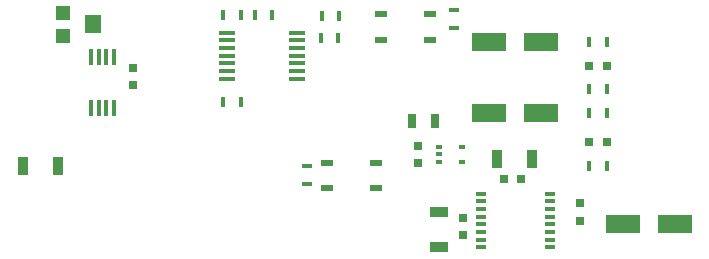
<source format=gtp>
G04 #@! TF.FileFunction,Paste,Top*
%FSLAX46Y46*%
G04 Gerber Fmt 4.6, Leading zero omitted, Abs format (unit mm)*
G04 Created by KiCad (PCBNEW 4.0.7) date Tue Mar 13 19:37:47 2018*
%MOMM*%
%LPD*%
G01*
G04 APERTURE LIST*
%ADD10C,0.025400*%
%ADD11R,0.399200X1.399200*%
%ADD12R,2.949200X1.549200*%
%ADD13R,1.549200X0.949200*%
%ADD14R,0.749200X0.699200*%
%ADD15R,0.699200X0.749200*%
%ADD16R,0.649200X1.249200*%
%ADD17R,0.449200X0.849200*%
%ADD18R,1.449200X1.549200*%
%ADD19R,1.149200X1.149200*%
%ADD20R,0.949200X0.349200*%
%ADD21R,0.849200X0.449200*%
%ADD22R,1.399200X0.399200*%
%ADD23R,0.999200X0.599200*%
%ADD24R,0.599200X0.349200*%
%ADD25R,0.949200X1.549200*%
G04 APERTURE END LIST*
D10*
D11*
X108559580Y-103721120D03*
X107909580Y-103721120D03*
X107259580Y-103721120D03*
X106609580Y-103721120D03*
X106609580Y-108121120D03*
X107259580Y-108121120D03*
X107909580Y-108121120D03*
X108559580Y-108121120D03*
D12*
X151643180Y-117864320D03*
X156043180Y-117864320D03*
D13*
X136032580Y-116867120D03*
X136032580Y-119867120D03*
D14*
X143036180Y-114054320D03*
X141536180Y-114054320D03*
D12*
X140300000Y-108500000D03*
X144700000Y-108500000D03*
X140300000Y-102500000D03*
X144700000Y-102500000D03*
D15*
X110124580Y-104663120D03*
X110124580Y-106163120D03*
D16*
X133812580Y-109223120D03*
X135712580Y-109223120D03*
D17*
X150250000Y-108500000D03*
X148750000Y-108500000D03*
X150250000Y-113000000D03*
X148750000Y-113000000D03*
X150250000Y-102500000D03*
X148750000Y-102500000D03*
X150250000Y-106500000D03*
X148750000Y-106500000D03*
X127542180Y-102116320D03*
X126042180Y-102116320D03*
X119287180Y-100211320D03*
X117787180Y-100211320D03*
X121954180Y-100211320D03*
X120454180Y-100211320D03*
X117787180Y-107577320D03*
X119287180Y-107577320D03*
D18*
X106750000Y-101000000D03*
D19*
X104250000Y-100000000D03*
X104250000Y-102000000D03*
D20*
X139640180Y-115335320D03*
X139640180Y-115985320D03*
X139640180Y-116635320D03*
X139640180Y-117285320D03*
X139640180Y-117935320D03*
X139640180Y-118585320D03*
X139640180Y-119235320D03*
X139640180Y-119885320D03*
X145440180Y-119885320D03*
X145440180Y-119235320D03*
X145440180Y-118585320D03*
X145440180Y-117935320D03*
X145440180Y-117285320D03*
X145440180Y-116635320D03*
X145440180Y-115985320D03*
X145440180Y-115335320D03*
D21*
X137302580Y-101325120D03*
X137302580Y-99825120D03*
X124856580Y-114533120D03*
X124856580Y-113033120D03*
D22*
X118127180Y-101690320D03*
X118127180Y-102340320D03*
X118127180Y-102990320D03*
X118127180Y-103640320D03*
X118127180Y-104290320D03*
X118127180Y-104940320D03*
X118127180Y-105590320D03*
X124027180Y-105590320D03*
X124027180Y-104940320D03*
X124027180Y-104290320D03*
X124027180Y-103640320D03*
X124027180Y-102990320D03*
X124027180Y-102340320D03*
X124027180Y-101690320D03*
D23*
X130741580Y-114870120D03*
X126591580Y-114870120D03*
X130741580Y-112720120D03*
X126591580Y-112720120D03*
X131163580Y-100152320D03*
X135313580Y-100152320D03*
X131163580Y-102302320D03*
X135313580Y-102302320D03*
D15*
X134254580Y-111267120D03*
X134254580Y-112767120D03*
X138064580Y-118863120D03*
X138064580Y-117363120D03*
D17*
X126138580Y-100333120D03*
X127638580Y-100333120D03*
D24*
X136098580Y-111367120D03*
X136098580Y-112667120D03*
X136098580Y-112017120D03*
X137998580Y-112667120D03*
X137998580Y-111367120D03*
D25*
X140937180Y-112403320D03*
X143937180Y-112403320D03*
X100801380Y-112982320D03*
X103801380Y-112982320D03*
D14*
X150250000Y-111000000D03*
X148750000Y-111000000D03*
X150250000Y-104500000D03*
X148750000Y-104500000D03*
D15*
X148001180Y-116110320D03*
X148001180Y-117610320D03*
M02*

</source>
